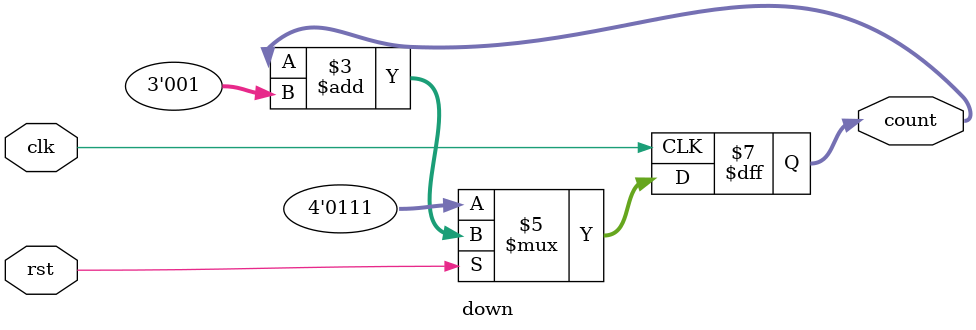
<source format=v>
module down(
        input clk,rst,
        output reg [3:0]count);
  always@(posedge clk) begin

          if(rst==0)
                  count<=3'b111;
          else
                  count<=count+3'b001;
  end
  endmodule

</source>
